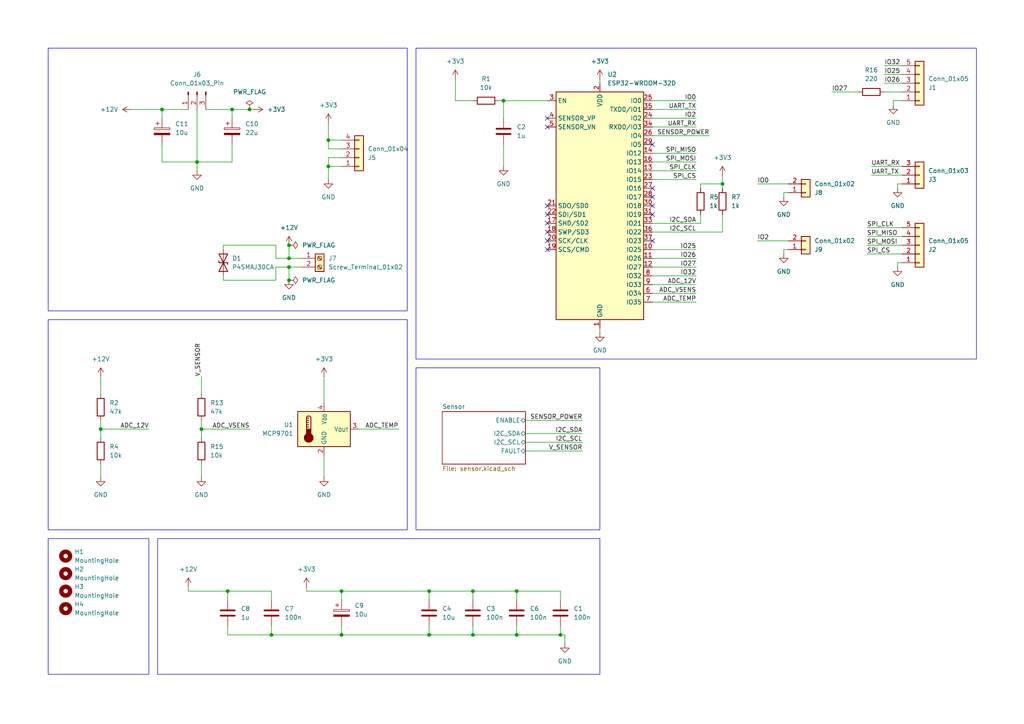
<source format=kicad_sch>
(kicad_sch (version 20231120) (generator "eeschema") (generator_version "8.0")
  (paper "A4")
  (lib_symbols
    (symbol "Connector:Conn_01x03_Pin" (pin_names (offset 1.016) hide)
      (property "Reference" "J" (at 0 5.08 0))
      (property "Value" "Conn_01x03_Pin" (at 0 -5.08 0))
      (symbol "Conn_01x03_Pin_1_1"
        (polyline (pts (xy 1.27 -2.54) (xy 0.8636 -2.54)) (stroke (width 0.1524)))
        (polyline (pts (xy 1.27 0) (xy 0.8636 0)) (stroke (width 0.1524)))
        (polyline (pts (xy 1.27 2.54) (xy 0.8636 2.54)) (stroke (width 0.1524)))
        (rectangle (start 0.8636 -2.413) (end 0 -2.667) (stroke (width 0.1524)) (fill (type outline)))
        (rectangle (start 0.8636 0.127) (end 0 -0.127) (stroke (width 0.1524)) (fill (type outline)))
        (rectangle (start 0.8636 2.667) (end 0 2.413) (stroke (width 0.1524)) (fill (type outline)))
        (pin passive line (at 5.08 2.54 180) (length 3.81) (name "Pin_1") (number "1"))
        (pin passive line (at 5.08 0 180) (length 3.81) (name "Pin_2") (number "2"))
        (pin passive line (at 5.08 -2.54 180) (length 3.81) (name "Pin_3") (number "3"))
      )
    )
    (symbol "Connector:Screw_Terminal_01x02" (pin_names (offset 1.016) hide)
      (property "Reference" "J" (at 0 2.54 0))
      (property "Value" "Screw_Terminal_01x02" (at 0 -5.08 0))
      (symbol "Screw_Terminal_01x02_1_1"
        (rectangle (start -1.27 1.27) (end 1.27 -3.81) (stroke (width 0.254)) (fill (type background)))
        (circle (center 0 -2.54) (radius 0.635) (stroke (width 0.1524)))
        (polyline (pts (xy -0.5334 -2.2098) (xy 0.3302 -3.048)) (stroke (width 0.1524)))
        (polyline (pts (xy -0.5334 0.3302) (xy 0.3302 -0.508)) (stroke (width 0.1524)))
        (polyline (pts (xy -0.3556 -2.032) (xy 0.508 -2.8702)) (stroke (width 0.1524)))
        (polyline (pts (xy -0.3556 0.508) (xy 0.508 -0.3302)) (stroke (width 0.1524)))
        (circle (center 0 0) (radius 0.635) (stroke (width 0.1524)))
        (pin passive line (at -5.08 0 0) (length 3.81) (name "Pin_1") (number "1"))
        (pin passive line (at -5.08 -2.54 0) (length 3.81) (name "Pin_2") (number "2"))
      )
    )
    (symbol "Connector_Generic:Conn_01x02" (pin_names (offset 1.016) hide)
      (property "Reference" "J" (at 0 2.54 0))
      (property "Value" "Conn_01x02" (at 0 -5.08 0))
      (symbol "Conn_01x02_1_1"
        (rectangle (start -1.27 -2.413) (end 0 -2.667) (stroke (width 0.1524)))
        (rectangle (start -1.27 0.127) (end 0 -0.127) (stroke (width 0.1524)))
        (rectangle (start -1.27 1.27) (end 1.27 -3.81) (stroke (width 0.254)) (fill (type background)))
        (pin passive line (at -5.08 0 0) (length 3.81) (name "Pin_1") (number "1"))
        (pin passive line (at -5.08 -2.54 0) (length 3.81) (name "Pin_2") (number "2"))
      )
    )
    (symbol "Connector_Generic:Conn_01x03" (pin_names (offset 1.016) hide)
      (property "Reference" "J" (at 0 5.08 0))
      (property "Value" "Conn_01x03" (at 0 -5.08 0))
      (symbol "Conn_01x03_1_1"
        (rectangle (start -1.27 -2.413) (end 0 -2.667) (stroke (width 0.1524)))
        (rectangle (start -1.27 0.127) (end 0 -0.127) (stroke (width 0.1524)))
        (rectangle (start -1.27 2.667) (end 0 2.413) (stroke (width 0.1524)))
        (rectangle (start -1.27 3.81) (end 1.27 -3.81) (stroke (width 0.254)) (fill (type background)))
        (pin passive line (at -5.08 2.54 0) (length 3.81) (name "Pin_1") (number "1"))
        (pin passive line (at -5.08 0 0) (length 3.81) (name "Pin_2") (number "2"))
        (pin passive line (at -5.08 -2.54 0) (length 3.81) (name "Pin_3") (number "3"))
      )
    )
    (symbol "Connector_Generic:Conn_01x04" (pin_names (offset 1.016) hide)
      (property "Reference" "J" (at 0 5.08 0))
      (property "Value" "Conn_01x04" (at 0 -7.62 0))
      (symbol "Conn_01x04_1_1"
        (rectangle (start -1.27 -4.953) (end 0 -5.207) (stroke (width 0.1524)))
        (rectangle (start -1.27 -2.413) (end 0 -2.667) (stroke (width 0.1524)))
        (rectangle (start -1.27 0.127) (end 0 -0.127) (stroke (width 0.1524)))
        (rectangle (start -1.27 2.667) (end 0 2.413) (stroke (width 0.1524)))
        (rectangle (start -1.27 3.81) (end 1.27 -6.35) (stroke (width 0.254)) (fill (type background)))
        (pin passive line (at -5.08 2.54 0) (length 3.81) (name "Pin_1") (number "1"))
        (pin passive line (at -5.08 0 0) (length 3.81) (name "Pin_2") (number "2"))
        (pin passive line (at -5.08 -2.54 0) (length 3.81) (name "Pin_3") (number "3"))
        (pin passive line (at -5.08 -5.08 0) (length 3.81) (name "Pin_4") (number "4"))
      )
    )
    (symbol "Connector_Generic:Conn_01x05" (pin_names (offset 1.016) hide)
      (property "Reference" "J" (at 0 7.62 0))
      (property "Value" "Conn_01x05" (at 0 -7.62 0))
      (symbol "Conn_01x05_1_1"
        (rectangle (start -1.27 -4.953) (end 0 -5.207) (stroke (width 0.1524)))
        (rectangle (start -1.27 -2.413) (end 0 -2.667) (stroke (width 0.1524)))
        (rectangle (start -1.27 0.127) (end 0 -0.127) (stroke (width 0.1524)))
        (rectangle (start -1.27 2.667) (end 0 2.413) (stroke (width 0.1524)))
        (rectangle (start -1.27 5.207) (end 0 4.953) (stroke (width 0.1524)))
        (rectangle (start -1.27 6.35) (end 1.27 -6.35) (stroke (width 0.254)) (fill (type background)))
        (pin passive line (at -5.08 5.08 0) (length 3.81) (name "Pin_1") (number "1"))
        (pin passive line (at -5.08 2.54 0) (length 3.81) (name "Pin_2") (number "2"))
        (pin passive line (at -5.08 0 0) (length 3.81) (name "Pin_3") (number "3"))
        (pin passive line (at -5.08 -2.54 0) (length 3.81) (name "Pin_4") (number "4"))
        (pin passive line (at -5.08 -5.08 0) (length 3.81) (name "Pin_5") (number "5"))
      )
    )
    (symbol "Device:C" (pin_numbers hide) (pin_names (offset 0.254))
      (property "Reference" "C" (at 0.635 2.54 0))
      (property "Value" "C" (at 0.635 -2.54 0))
      (symbol "C_0_1"
        (polyline (pts (xy -2.032 -0.762) (xy 2.032 -0.762)) (stroke (width 0.508)))
        (polyline (pts (xy -2.032 0.762) (xy 2.032 0.762)) (stroke (width 0.508)))
      )
      (symbol "C_1_1"
        (pin passive line (at 0 3.81 270) (length 2.794) (name "~") (number "1"))
        (pin passive line (at 0 -3.81 90) (length 2.794) (name "~") (number "2"))
      )
    )
    (symbol "Device:C_Polarized" (pin_numbers hide) (pin_names (offset 0.254))
      (property "Reference" "C" (at 0.635 2.54 0))
      (property "Value" "C_Polarized" (at 0.635 -2.54 0))
      (symbol "C_Polarized_0_1"
        (rectangle (start -2.286 0.508) (end 2.286 1.016))
        (polyline (pts (xy -1.778 2.286) (xy -0.762 2.286)))
        (polyline (pts (xy -1.27 2.794) (xy -1.27 1.778)))
        (rectangle (start 2.286 -0.508) (end -2.286 -1.016) (fill (type outline)))
      )
      (symbol "C_Polarized_1_1"
        (pin passive line (at 0 3.81 270) (length 2.794) (name "~") (number "1"))
        (pin passive line (at 0 -3.81 90) (length 2.794) (name "~") (number "2"))
      )
    )
    (symbol "Device:D_TVS" (pin_numbers hide) (pin_names (offset 1.016) hide)
      (property "Reference" "D" (at 0 2.54 0))
      (property "Value" "D_TVS" (at 0 -2.54 0))
      (symbol "D_TVS_0_1"
        (polyline (pts (xy 1.27 0) (xy -1.27 0)))
        (polyline (pts (xy 0.508 1.27) (xy 0 1.27) (xy 0 -1.27) (xy -0.508 -1.27)) (stroke (width 0.254)))
        (polyline (pts (xy -2.54 1.27) (xy -2.54 -1.27) (xy 2.54 1.27) (xy 2.54 -1.27) (xy -2.54 1.27)) (stroke (width 0.254)))
      )
      (symbol "D_TVS_1_1"
        (pin passive line (at -3.81 0 0) (length 2.54) (name "A1") (number "1"))
        (pin passive line (at 3.81 0 180) (length 2.54) (name "A2") (number "2"))
      )
    )
    (symbol "Device:R" (pin_numbers hide) (pin_names (offset 0))
      (property "Reference" "R" (at 2.032 0 90))
      (property "Value" "R" (at 0 0 90))
      (symbol "R_0_1"
        (rectangle (start -1.016 -2.54) (end 1.016 2.54) (stroke (width 0.254)))
      )
      (symbol "R_1_1"
        (pin passive line (at 0 3.81 270) (length 1.27) (name "~") (number "1"))
        (pin passive line (at 0 -3.81 90) (length 1.27) (name "~") (number "2"))
      )
    )
    (symbol "Mechanical:MountingHole" (pin_names (offset 1.016)) (exclude_from_sim yes) (in_bom no)
      (property "Reference" "H" (at 0 5.08 0))
      (property "Value" "MountingHole" (at 0 3.175 0))
      (symbol "MountingHole_0_1"
        (circle (center 0 0) (radius 1.27) (stroke (width 1.27)))
      )
    )
    (symbol "RF_Module:ESP32-WROOM-32D"
      (property "Reference" "U" (at -12.7 34.29 0))
      (property "Value" "ESP32-WROOM-32D" (at 1.27 34.29 0))
      (symbol "ESP32-WROOM-32D_0_1"
        (rectangle (start -12.7 33.02) (end 12.7 -33.02) (stroke (width 0.254)) (fill (type background)))
      )
      (symbol "ESP32-WROOM-32D_1_1"
        (pin power_in line (at 0 -35.56 90) (length 2.54) (name "GND") (number "1"))
        (pin bidirectional line (at 15.24 -12.7 180) (length 2.54) (name "IO25") (number "10"))
        (pin bidirectional line (at 15.24 -15.24 180) (length 2.54) (name "IO26") (number "11"))
        (pin bidirectional line (at 15.24 -17.78 180) (length 2.54) (name "IO27") (number "12"))
        (pin bidirectional line (at 15.24 10.16 180) (length 2.54) (name "IO14") (number "13"))
        (pin bidirectional line (at 15.24 15.24 180) (length 2.54) (name "IO12") (number "14"))
        (pin passive line (at 0 -35.56 90) (length 2.54) hide (name "GND") (number "15"))
        (pin bidirectional line (at 15.24 12.7 180) (length 2.54) (name "IO13") (number "16"))
        (pin bidirectional line (at -15.24 -5.08 0) (length 2.54) (name "SHD/SD2") (number "17"))
        (pin bidirectional line (at -15.24 -7.62 0) (length 2.54) (name "SWP/SD3") (number "18"))
        (pin bidirectional line (at -15.24 -12.7 0) (length 2.54) (name "SCS/CMD") (number "19"))
        (pin power_in line (at 0 35.56 270) (length 2.54) (name "VDD") (number "2"))
        (pin bidirectional line (at -15.24 -10.16 0) (length 2.54) (name "SCK/CLK") (number "20"))
        (pin bidirectional line (at -15.24 0 0) (length 2.54) (name "SDO/SD0") (number "21"))
        (pin bidirectional line (at -15.24 -2.54 0) (length 2.54) (name "SDI/SD1") (number "22"))
        (pin bidirectional line (at 15.24 7.62 180) (length 2.54) (name "IO15") (number "23"))
        (pin bidirectional line (at 15.24 25.4 180) (length 2.54) (name "IO2") (number "24"))
        (pin bidirectional line (at 15.24 30.48 180) (length 2.54) (name "IO0") (number "25"))
        (pin bidirectional line (at 15.24 20.32 180) (length 2.54) (name "IO4") (number "26"))
        (pin bidirectional line (at 15.24 5.08 180) (length 2.54) (name "IO16") (number "27"))
        (pin bidirectional line (at 15.24 2.54 180) (length 2.54) (name "IO17") (number "28"))
        (pin bidirectional line (at 15.24 17.78 180) (length 2.54) (name "IO5") (number "29"))
        (pin input line (at -15.24 30.48 0) (length 2.54) (name "EN") (number "3"))
        (pin bidirectional line (at 15.24 0 180) (length 2.54) (name "IO18") (number "30"))
        (pin bidirectional line (at 15.24 -2.54 180) (length 2.54) (name "IO19") (number "31"))
        (pin no_connect line (at -12.7 -27.94 0) (length 2.54) hide (name "NC") (number "32"))
        (pin bidirectional line (at 15.24 -5.08 180) (length 2.54) (name "IO21") (number "33"))
        (pin bidirectional line (at 15.24 22.86 180) (length 2.54) (name "RXD0/IO3") (number "34"))
        (pin bidirectional line (at 15.24 27.94 180) (length 2.54) (name "TXD0/IO1") (number "35"))
        (pin bidirectional line (at 15.24 -7.62 180) (length 2.54) (name "IO22") (number "36"))
        (pin bidirectional line (at 15.24 -10.16 180) (length 2.54) (name "IO23") (number "37"))
        (pin passive line (at 0 -35.56 90) (length 2.54) hide (name "GND") (number "38"))
        (pin passive line (at 0 -35.56 90) (length 2.54) hide (name "GND") (number "39"))
        (pin input line (at -15.24 25.4 0) (length 2.54) (name "SENSOR_VP") (number "4"))
        (pin input line (at -15.24 22.86 0) (length 2.54) (name "SENSOR_VN") (number "5"))
        (pin input line (at 15.24 -25.4 180) (length 2.54) (name "IO34") (number "6"))
        (pin input line (at 15.24 -27.94 180) (length 2.54) (name "IO35") (number "7"))
        (pin bidirectional line (at 15.24 -20.32 180) (length 2.54) (name "IO32") (number "8"))
        (pin bidirectional line (at 15.24 -22.86 180) (length 2.54) (name "IO33") (number "9"))
      )
    )
    (symbol "Sensor_Temperature:MCP9700x-ELT"
      (property "Reference" "U" (at -6.35 6.35 0))
      (property "Value" "MCP9700x-ELT" (at 1.27 6.35 0))
      (symbol "MCP9700x-ELT_0_1"
        (rectangle (start -7.62 5.08) (end 7.62 -5.08) (stroke (width 0.254)) (fill (type background)))
        (circle (center -4.445 -2.54) (radius 1.27) (stroke (width 0.254)) (fill (type outline)))
        (rectangle (start -3.81 -1.905) (end -5.08 0) (stroke (width 0.254)) (fill (type outline)))
        (arc (start -3.81 3.175) (mid -4.445 3.8073) (end -5.08 3.175) (stroke (width 0.254)))
        (polyline (pts (xy -5.08 0.635) (xy -4.445 0.635)) (stroke (width 0.254)))
        (polyline (pts (xy -5.08 1.27) (xy -4.445 1.27)) (stroke (width 0.254)))
        (polyline (pts (xy -5.08 1.905) (xy -4.445 1.905)) (stroke (width 0.254)))
        (polyline (pts (xy -5.08 2.54) (xy -4.445 2.54)) (stroke (width 0.254)))
        (polyline (pts (xy -5.08 3.175) (xy -5.08 0)) (stroke (width 0.254)))
        (polyline (pts (xy -5.08 3.175) (xy -4.445 3.175)) (stroke (width 0.254)))
        (polyline (pts (xy -3.81 3.175) (xy -3.81 0)) (stroke (width 0.254)))
      )
      (symbol "MCP9700x-ELT_1_1"
        (pin no_connect line (at 7.62 -2.54 180) (length 2.54) hide (name "NC") (number "1"))
        (pin power_in line (at 0 -7.62 90) (length 2.54) (name "GND") (number "2"))
        (pin output line (at 10.16 0 180) (length 2.54) (name "V_{OUT}") (number "3"))
        (pin power_in line (at 0 7.62 270) (length 2.54) (name "V_{DD}") (number "4"))
        (pin no_connect line (at 7.62 2.54 180) (length 2.54) hide (name "NC") (number "5"))
      )
    )
    (symbol "power:+12V" (power) (pin_numbers hide) (pin_names (offset 0) hide)
      (property "Value" "+12V" (at 0 3.556 0))
      (symbol "+12V_0_1"
        (polyline (pts (xy -0.762 1.27) (xy 0 2.54)))
        (polyline (pts (xy 0 0) (xy 0 2.54)))
        (polyline (pts (xy 0 2.54) (xy 0.762 1.27)))
      )
      (symbol "+12V_1_1"
        (pin power_in line (at 0 0 90) (length 0) (name "~") (number "1"))
      )
    )
    (symbol "power:+3V3" (power) (pin_numbers hide) (pin_names (offset 0) hide)
      (property "Value" "+3V3" (at 0 3.556 0))
      (symbol "+3V3_0_1"
        (polyline (pts (xy -0.762 1.27) (xy 0 2.54)))
        (polyline (pts (xy 0 0) (xy 0 2.54)))
        (polyline (pts (xy 0 2.54) (xy 0.762 1.27)))
      )
      (symbol "+3V3_1_1"
        (pin power_in line (at 0 0 90) (length 0) (name "~") (number "1"))
      )
    )
    (symbol "power:GND" (power) (pin_numbers hide) (pin_names (offset 0) hide)
      (property "Value" "GND" (at 0 -3.81 0))
      (symbol "GND_0_1"
        (polyline (pts (xy 0 0) (xy 0 -1.27) (xy 1.27 -1.27) (xy 0 -2.54) (xy -1.27 -1.27) (xy 0 -1.27)))
      )
      (symbol "GND_1_1"
        (pin power_in line (at 0 0 270) (length 0) (name "~") (number "1"))
      )
    )
    (symbol "power:PWR_FLAG" (power) (pin_numbers hide) (pin_names (offset 0) hide)
      (property "Value" "PWR_FLAG" (at 0 3.81 0))
      (symbol "PWR_FLAG_0_0"
        (pin power_out line (at 0 0 90) (length 0) (name "~") (number "1"))
      )
      (symbol "PWR_FLAG_0_1"
        (polyline (pts (xy 0 0) (xy 0 1.27) (xy -1.016 1.905) (xy 0 2.54) (xy 1.016 1.905) (xy 0 1.27)))
      )
    )
  )
  (junction (at 149.86 171.45))
  (junction (at 78.74 184.15))
  (junction (at 83.82 81.28))
  (junction (at 29.21 124.46))
  (junction (at 137.16 171.45))
  (junction (at 83.82 71.12))
  (junction (at 46.99 31.75))
  (junction (at 162.56 184.15))
  (junction (at 99.06 184.15))
  (junction (at 83.82 74.93))
  (junction (at 72.39 31.75))
  (junction (at 95.25 40.64))
  (junction (at 124.46 184.15))
  (junction (at 137.16 184.15))
  (junction (at 67.31 31.75))
  (junction (at 149.86 184.15))
  (junction (at 83.82 77.47))
  (junction (at 124.46 171.45))
  (junction (at 209.55 53.34))
  (junction (at 57.15 46.99))
  (junction (at 95.25 48.26))
  (junction (at 58.42 124.46))
  (junction (at 99.06 171.45))
  (junction (at 146.05 29.21))
  (junction (at 66.04 171.45))
  (no_connect (at 189.23 54.61))
  (no_connect (at 158.75 62.23))
  (no_connect (at 158.75 36.83))
  (no_connect (at 189.23 62.23))
  (no_connect (at 189.23 41.91))
  (no_connect (at 158.75 72.39))
  (no_connect (at 189.23 69.85))
  (no_connect (at 158.75 64.77))
  (no_connect (at 158.75 69.85))
  (no_connect (at 158.75 67.31))
  (no_connect (at 189.23 59.69))
  (no_connect (at 189.23 57.15))
  (no_connect (at 158.75 34.29))
  (no_connect (at 158.75 59.69))
  (wire (pts (xy 149.86 171.45) (xy 149.86 173.99)))
  (wire (pts (xy 58.42 134.62) (xy 58.42 138.43)))
  (wire (pts (xy 259.08 30.48) (xy 259.08 29.21)))
  (wire (pts (xy 189.23 44.45) (xy 201.93 44.45)))
  (wire (pts (xy 241.3 26.67) (xy 248.92 26.67)))
  (wire (pts (xy 95.25 40.64) (xy 95.25 43.18)))
  (wire (pts (xy 137.16 171.45) (xy 149.86 171.45)))
  (wire (pts (xy 99.06 45.72) (xy 95.25 45.72)))
  (wire (pts (xy 146.05 41.91) (xy 146.05 48.26)))
  (wire (pts (xy 80.01 74.93) (xy 83.82 74.93)))
  (wire (pts (xy 152.4 125.73) (xy 168.91 125.73)))
  (wire (pts (xy 189.23 39.37) (xy 205.74 39.37)))
  (wire (pts (xy 54.61 171.45) (xy 54.61 170.18)))
  (wire (pts (xy 57.15 46.99) (xy 57.15 49.53)))
  (wire (pts (xy 66.04 171.45) (xy 66.04 173.99)))
  (wire (pts (xy 162.56 181.61) (xy 162.56 184.15)))
  (wire (pts (xy 64.77 72.39) (xy 64.77 71.12)))
  (wire (pts (xy 152.4 128.27) (xy 168.91 128.27)))
  (wire (pts (xy 256.54 21.59) (xy 261.62 21.59)))
  (wire (pts (xy 88.9 170.18) (xy 88.9 171.45)))
  (wire (pts (xy 46.99 41.91) (xy 46.99 46.99)))
  (wire (pts (xy 209.55 67.31) (xy 209.55 62.23)))
  (wire (pts (xy 95.25 45.72) (xy 95.25 48.26)))
  (wire (pts (xy 144.78 29.21) (xy 146.05 29.21)))
  (wire (pts (xy 29.21 109.22) (xy 29.21 114.3)))
  (wire (pts (xy 95.25 35.56) (xy 95.25 40.64)))
  (wire (pts (xy 219.71 53.34) (xy 228.6 53.34)))
  (wire (pts (xy 189.23 77.47) (xy 201.93 77.47)))
  (wire (pts (xy 58.42 121.92) (xy 58.42 124.46)))
  (wire (pts (xy 67.31 46.99) (xy 67.31 41.91)))
  (wire (pts (xy 83.82 77.47) (xy 87.63 77.47)))
  (wire (pts (xy 137.16 184.15) (xy 124.46 184.15)))
  (wire (pts (xy 66.04 171.45) (xy 54.61 171.45)))
  (wire (pts (xy 261.62 53.34) (xy 260.35 53.34)))
  (wire (pts (xy 251.46 68.58) (xy 261.62 68.58)))
  (wire (pts (xy 64.77 71.12) (xy 80.01 71.12)))
  (wire (pts (xy 64.77 80.01) (xy 64.77 81.28)))
  (wire (pts (xy 29.21 121.92) (xy 29.21 124.46)))
  (wire (pts (xy 58.42 124.46) (xy 72.39 124.46)))
  (wire (pts (xy 57.15 46.99) (xy 67.31 46.99)))
  (wire (pts (xy 67.31 31.75) (xy 72.39 31.75)))
  (wire (pts (xy 189.23 72.39) (xy 201.93 72.39)))
  (wire (pts (xy 189.23 87.63) (xy 201.93 87.63)))
  (wire (pts (xy 189.23 34.29) (xy 201.93 34.29)))
  (wire (pts (xy 251.46 73.66) (xy 261.62 73.66)))
  (wire (pts (xy 251.46 71.12) (xy 261.62 71.12)))
  (wire (pts (xy 67.31 31.75) (xy 67.31 34.29)))
  (wire (pts (xy 189.23 49.53) (xy 201.93 49.53)))
  (wire (pts (xy 219.71 69.85) (xy 228.6 69.85)))
  (wire (pts (xy 260.35 77.47) (xy 260.35 76.2)))
  (wire (pts (xy 163.83 186.69) (xy 163.83 184.15)))
  (wire (pts (xy 80.01 71.12) (xy 80.01 74.93)))
  (wire (pts (xy 256.54 19.05) (xy 261.62 19.05)))
  (wire (pts (xy 93.98 109.22) (xy 93.98 116.84)))
  (wire (pts (xy 29.21 124.46) (xy 29.21 127)))
  (wire (pts (xy 99.06 171.45) (xy 124.46 171.45)))
  (wire (pts (xy 78.74 181.61) (xy 78.74 184.15)))
  (wire (pts (xy 78.74 171.45) (xy 66.04 171.45)))
  (wire (pts (xy 256.54 26.67) (xy 261.62 26.67)))
  (wire (pts (xy 259.08 29.21) (xy 261.62 29.21)))
  (wire (pts (xy 189.23 74.93) (xy 201.93 74.93)))
  (wire (pts (xy 124.46 171.45) (xy 137.16 171.45)))
  (wire (pts (xy 260.35 76.2) (xy 261.62 76.2)))
  (wire (pts (xy 99.06 181.61) (xy 99.06 184.15)))
  (wire (pts (xy 203.2 64.77) (xy 203.2 62.23)))
  (wire (pts (xy 78.74 184.15) (xy 66.04 184.15)))
  (wire (pts (xy 152.4 121.92) (xy 168.91 121.92)))
  (wire (pts (xy 227.33 55.88) (xy 227.33 57.15)))
  (wire (pts (xy 124.46 171.45) (xy 124.46 173.99)))
  (wire (pts (xy 209.55 53.34) (xy 209.55 50.8)))
  (wire (pts (xy 57.15 31.75) (xy 57.15 46.99)))
  (wire (pts (xy 163.83 184.15) (xy 162.56 184.15)))
  (wire (pts (xy 59.69 31.75) (xy 67.31 31.75)))
  (wire (pts (xy 104.14 124.46) (xy 115.57 124.46)))
  (wire (pts (xy 46.99 46.99) (xy 57.15 46.99)))
  (wire (pts (xy 173.99 22.86) (xy 173.99 24.13)))
  (wire (pts (xy 260.35 53.34) (xy 260.35 54.61)))
  (wire (pts (xy 203.2 54.61) (xy 203.2 53.34)))
  (wire (pts (xy 149.86 171.45) (xy 162.56 171.45)))
  (wire (pts (xy 46.99 31.75) (xy 54.61 31.75)))
  (wire (pts (xy 78.74 184.15) (xy 99.06 184.15)))
  (wire (pts (xy 189.23 29.21) (xy 201.93 29.21)))
  (wire (pts (xy 146.05 29.21) (xy 146.05 34.29)))
  (wire (pts (xy 95.25 40.64) (xy 99.06 40.64)))
  (wire (pts (xy 228.6 55.88) (xy 227.33 55.88)))
  (wire (pts (xy 209.55 53.34) (xy 209.55 54.61)))
  (wire (pts (xy 137.16 171.45) (xy 137.16 173.99)))
  (wire (pts (xy 80.01 81.28) (xy 80.01 77.47)))
  (wire (pts (xy 83.82 81.28) (xy 83.82 77.47)))
  (wire (pts (xy 189.23 36.83) (xy 201.93 36.83)))
  (wire (pts (xy 78.74 173.99) (xy 78.74 171.45)))
  (wire (pts (xy 46.99 31.75) (xy 46.99 34.29)))
  (wire (pts (xy 189.23 85.09) (xy 201.93 85.09)))
  (wire (pts (xy 256.54 24.13) (xy 261.62 24.13)))
  (wire (pts (xy 83.82 74.93) (xy 87.63 74.93)))
  (wire (pts (xy 80.01 77.47) (xy 83.82 77.47)))
  (wire (pts (xy 252.73 50.8) (xy 261.62 50.8)))
  (wire (pts (xy 189.23 82.55) (xy 201.93 82.55)))
  (wire (pts (xy 95.25 48.26) (xy 95.25 52.07)))
  (wire (pts (xy 93.98 132.08) (xy 93.98 138.43)))
  (wire (pts (xy 132.08 29.21) (xy 132.08 22.86)))
  (wire (pts (xy 146.05 29.21) (xy 158.75 29.21)))
  (wire (pts (xy 83.82 71.12) (xy 83.82 74.93)))
  (wire (pts (xy 227.33 72.39) (xy 227.33 73.66)))
  (wire (pts (xy 173.99 95.25) (xy 173.99 96.52)))
  (wire (pts (xy 99.06 184.15) (xy 124.46 184.15)))
  (wire (pts (xy 189.23 46.99) (xy 201.93 46.99)))
  (wire (pts (xy 189.23 67.31) (xy 209.55 67.31)))
  (wire (pts (xy 38.1 31.75) (xy 46.99 31.75)))
  (wire (pts (xy 29.21 134.62) (xy 29.21 138.43)))
  (wire (pts (xy 149.86 181.61) (xy 149.86 184.15)))
  (wire (pts (xy 252.73 48.26) (xy 261.62 48.26)))
  (wire (pts (xy 251.46 66.04) (xy 261.62 66.04)))
  (wire (pts (xy 137.16 181.61) (xy 137.16 184.15)))
  (wire (pts (xy 124.46 181.61) (xy 124.46 184.15)))
  (wire (pts (xy 228.6 72.39) (xy 227.33 72.39)))
  (wire (pts (xy 189.23 31.75) (xy 201.93 31.75)))
  (wire (pts (xy 99.06 171.45) (xy 99.06 173.99)))
  (wire (pts (xy 66.04 184.15) (xy 66.04 181.61)))
  (wire (pts (xy 189.23 80.01) (xy 201.93 80.01)))
  (wire (pts (xy 58.42 124.46) (xy 58.42 127)))
  (wire (pts (xy 189.23 64.77) (xy 203.2 64.77)))
  (wire (pts (xy 29.21 124.46) (xy 43.18 124.46)))
  (wire (pts (xy 58.42 109.22) (xy 58.42 114.3)))
  (wire (pts (xy 95.25 48.26) (xy 99.06 48.26)))
  (wire (pts (xy 162.56 184.15) (xy 149.86 184.15)))
  (wire (pts (xy 72.39 31.75) (xy 73.66 31.75)))
  (wire (pts (xy 88.9 171.45) (xy 99.06 171.45)))
  (wire (pts (xy 149.86 184.15) (xy 137.16 184.15)))
  (wire (pts (xy 203.2 53.34) (xy 209.55 53.34)))
  (wire (pts (xy 64.77 81.28) (xy 80.01 81.28)))
  (wire (pts (xy 152.4 130.81) (xy 168.91 130.81)))
  (wire (pts (xy 162.56 171.45) (xy 162.56 173.99)))
  (wire (pts (xy 137.16 29.21) (xy 132.08 29.21)))
  (wire (pts (xy 99.06 43.18) (xy 95.25 43.18)))
  (wire (pts (xy 189.23 52.07) (xy 201.93 52.07)))
  (rectangle (start 13.97 13.97) (end 118.11 90.17))
  (rectangle (start 45.72 156.21) (end 173.99 195.58))
  (rectangle (start 13.97 156.21) (end 43.18 195.58))
  (rectangle (start 13.97 92.71) (end 118.11 153.67))
  (rectangle (start 120.65 13.97) (end 283.21 104.14))
  (rectangle (start 120.65 106.68) (end 173.99 153.67))
  (label "IO27" (at 241.3 26.67 0))
  (label "IO0" (at 201.93 29.21 180))
  (label "IO32" (at 201.93 80.01 180))
  (label "UART_TX" (at 201.93 31.75 180))
  (label "V_SENSOR" (at 58.42 109.22 90))
  (label "IO32" (at 256.54 19.05 0))
  (label "IO25" (at 256.54 21.59 0))
  (label "SENSOR_POWER" (at 168.91 121.92 180))
  (label "IO26" (at 201.93 74.93 180))
  (label "SPI_MISO" (at 251.46 68.58 0))
  (label "IO2" (at 201.93 34.29 180))
  (label "ADC_TEMP" (at 115.57 124.46 180))
  (label "I2C_SDA" (at 201.93 64.77 180))
  (label "SPI_CLK" (at 251.46 66.04 0))
  (label "SENSOR_POWER" (at 205.74 39.37 180))
  (label "SPI_CS" (at 201.93 52.07 180))
  (label "UART_RX" (at 201.93 36.83 180))
  (label "ADC_VSENS" (at 201.93 85.09 180))
  (label "I2C_SCL" (at 201.93 67.31 180))
  (label "UART_RX" (at 252.73 48.26 0))
  (label "UART_TX" (at 252.73 50.8 0))
  (label "IO26" (at 256.54 24.13 0))
  (label "I2C_SDA" (at 168.91 125.73 180))
  (label "SPI_MOSI" (at 201.93 46.99 180))
  (label "SPI_MISO" (at 201.93 44.45 180))
  (label "SPI_MOSI" (at 251.46 71.12 0))
  (label "IO25" (at 201.93 72.39 180))
  (label "ADC_12V" (at 43.18 124.46 180))
  (label "ADC_12V" (at 201.93 82.55 180))
  (label "SPI_CS" (at 251.46 73.66 0))
  (label "ADC_TEMP" (at 201.93 87.63 180))
  (label "SPI_CLK" (at 201.93 49.53 180))
  (label "IO2" (at 219.71 69.85 0))
  (label "ADC_VSENS" (at 72.39 124.46 180))
  (label "V_SENSOR" (at 168.91 130.81 180))
  (label "IO27" (at 201.93 77.47 180))
  (label "I2C_SCL" (at 168.91 128.27 180))
  (label "IO0" (at 219.71 53.34 0))
  (symbol (lib_id "power:+3V3") (at 95.25 35.56 0) (unit 1)
    (property "Reference" "#PWR012" (effects (hide yes)))
    (property "Value" "+3V3" (at 95.25 30.48 0))
    (property "Description" "Power symbol creates a global label with name \"+3V3\"" (effects (hide yes)))
  )
  (symbol (lib_id "power:GND") (at 260.35 54.61 0) (unit 1)
    (property "Reference" "#PWR020" (effects (hide yes)))
    (property "Value" "GND" (at 260.35 59.69 0))
    (property "Description" "Power symbol creates a global label with name \"GND\" , ground" (effects (hide yes)))
  )
  (symbol (lib_id "power:GND") (at 57.15 49.53 0) (unit 1)
    (property "Reference" "#PWR015" (effects (hide yes)))
    (property "Value" "GND" (at 57.15 54.61 0))
    (property "Description" "Power symbol creates a global label with name \"GND\" , ground" (effects (hide yes)))
  )
  (symbol (lib_id "power:GND") (at 260.35 77.47 0) (unit 1)
    (property "Reference" "#PWR030" (effects (hide yes)))
    (property "Value" "GND" (at 260.35 82.55 0))
    (property "Description" "Power symbol creates a global label with name \"GND\" , ground" (effects (hide yes)))
  )
  (symbol (lib_id "Mechanical:MountingHole") (at 19.05 171.45 0) (unit 1) (exclude_from_sim yes) (in_bom no)
    (property "Reference" "H3" (at 21.59 170.1799 0) (effects (justify left)))
    (property "Value" "MountingHole" (at 21.59 172.7199 0) (effects (justify left)))
    (property "Footprint" "MountingHole:MountingHole_3.2mm_M3" (effects (hide yes)))
    (property "Description" "Mounting Hole without connection" (effects (hide yes)))
  )
  (symbol (lib_id "power:GND") (at 95.25 52.07 0) (unit 1)
    (property "Reference" "#PWR013" (effects (hide yes)))
    (property "Value" "GND" (at 95.25 57.15 0))
    (property "Description" "Power symbol creates a global label with name \"GND\" , ground" (effects (hide yes)))
  )
  (symbol (lib_id "Device:R") (at 29.21 118.11 180) (unit 1)
    (property "Reference" "R2" (at 31.75 116.8399 0) (effects (justify right)))
    (property "Value" "47k" (at 31.75 119.3799 0) (effects (justify right)))
    (property "Footprint" "Resistor_SMD:R_0603_1608Metric_Pad0.98x0.95mm_HandSolder" (effects (hide yes)))
    (property "Description" "Resistor" (effects (hide yes)))
  )
  (symbol (lib_id "power:+3V3") (at 132.08 22.86 0) (unit 1)
    (property "Reference" "#PWR031" (effects (hide yes)))
    (property "Value" "+3V3" (at 132.08 17.78 0))
    (property "Description" "Power symbol creates a global label with name \"+3V3\"" (effects (hide yes)))
  )
  (symbol (lib_id "power:GND") (at 227.33 73.66 0) (unit 1)
    (property "Reference" "#PWR024" (effects (hide yes)))
    (property "Value" "GND" (at 227.33 78.74 0))
    (property "Description" "Power symbol creates a global label with name \"GND\" , ground" (effects (hide yes)))
  )
  (symbol (lib_id "Device:C") (at 66.04 177.8 0) (unit 1)
    (property "Reference" "C8" (at 69.85 176.5299 0) (effects (justify left)))
    (property "Value" "1u" (at 69.85 179.0699 0) (effects (justify left)))
    (property "Footprint" "Capacitor_SMD:C_0805_2012Metric_Pad1.18x1.45mm_HandSolder" (effects (hide yes)))
    (property "Description" "Unpolarized capacitor" (effects (hide yes)))
  )
  (symbol (lib_id "Device:R") (at 140.97 29.21 270) (unit 1)
    (property "Reference" "R1" (at 140.97 22.86 90))
    (property "Value" "10k" (at 140.97 25.4 90))
    (property "Footprint" "Resistor_SMD:R_0603_1608Metric_Pad0.98x0.95mm_HandSolder" (effects (hide yes)))
    (property "Description" "Resistor" (effects (hide yes)))
  )
  (symbol (lib_id "Device:R") (at 29.21 130.81 180) (unit 1)
    (property "Reference" "R4" (at 31.75 129.5399 0) (effects (justify right)))
    (property "Value" "10k" (at 31.75 132.0799 0) (effects (justify right)))
    (property "Footprint" "Resistor_SMD:R_0603_1608Metric_Pad0.98x0.95mm_HandSolder" (effects (hide yes)))
    (property "Description" "Resistor" (effects (hide yes)))
  )
  (symbol (lib_id "Connector_Generic:Conn_01x05") (at 266.7 71.12 0) (mirror x) (unit 1)
    (property "Reference" "J2" (at 269.24 72.3901 0) (effects (justify left)))
    (property "Value" "Conn_01x05" (at 269.24 69.8501 0) (effects (justify left)))
    (property "Footprint" "Connector_PinHeader_2.54mm:PinHeader_1x05_P2.54mm_Vertical" (effects (hide yes)))
    (property "Description" "Generic connector, single row, 01x05, script generated (kicad-library-utils/schlib/autogen/connector/)" (effects (hide yes)))
  )
  (symbol (lib_id "Device:C") (at 124.46 177.8 0) (unit 1)
    (property "Reference" "C4" (at 128.27 176.5299 0) (effects (justify left)))
    (property "Value" "10u" (at 128.27 179.0699 0) (effects (justify left)))
    (property "Footprint" "Capacitor_SMD:C_0805_2012Metric_Pad1.18x1.45mm_HandSolder" (effects (hide yes)))
    (property "Description" "Unpolarized capacitor" (effects (hide yes)))
  )
  (symbol (lib_id "Device:C") (at 78.74 177.8 0) (unit 1)
    (property "Reference" "C7" (at 82.55 176.5299 0) (effects (justify left)))
    (property "Value" "100n" (at 82.55 179.0699 0) (effects (justify left)))
    (property "Footprint" "Capacitor_SMD:C_0603_1608Metric_Pad1.08x0.95mm_HandSolder" (effects (hide yes)))
    (property "Description" "Unpolarized capacitor" (effects (hide yes)))
  )
  (symbol (lib_id "power:GND") (at 227.33 57.15 0) (unit 1)
    (property "Reference" "#PWR019" (effects (hide yes)))
    (property "Value" "GND" (at 227.33 62.23 0))
    (property "Description" "Power symbol creates a global label with name \"GND\" , ground" (effects (hide yes)))
  )
  (symbol (lib_id "Mechanical:MountingHole") (at 19.05 166.37 0) (unit 1) (exclude_from_sim yes) (in_bom no)
    (property "Reference" "H2" (at 21.59 165.0999 0) (effects (justify left)))
    (property "Value" "MountingHole" (at 21.59 167.6399 0) (effects (justify left)))
    (property "Footprint" "MountingHole:MountingHole_3.2mm_M3" (effects (hide yes)))
    (property "Description" "Mounting Hole without connection" (effects (hide yes)))
  )
  (symbol (lib_id "Device:R") (at 209.55 58.42 180) (unit 1)
    (property "Reference" "R7" (at 212.09 57.1499 0) (effects (justify right)))
    (property "Value" "1k" (at 212.09 59.6899 0) (effects (justify right)))
    (property "Footprint" "Resistor_SMD:R_0603_1608Metric_Pad0.98x0.95mm_HandSolder" (effects (hide yes)))
    (property "Description" "Resistor" (effects (hide yes)))
  )
  (symbol (lib_id "Connector:Screw_Terminal_01x02") (at 92.71 74.93 0) (unit 1)
    (property "Reference" "J7" (at 95.25 74.9299 0) (effects (justify left)))
    (property "Value" "Screw_Terminal_01x02" (at 95.25 77.4699 0) (effects (justify left)))
    (property "Footprint" "TerminalBlock_MetzConnect:TerminalBlock_MetzConnect_Type073_RT02602HBLU_1x02_P5.08mm_Horizontal" (effects (hide yes)))
    (property "Description" "Generic screw terminal, single row, 01x02, script generated (kicad-library-utils/schlib/autogen/connector/)" (effects (hide yes)))
  )
  (symbol (lib_id "power:+3V3") (at 93.98 109.22 0) (unit 1)
    (property "Reference" "#PWR021" (effects (hide yes)))
    (property "Value" "+3V3" (at 93.98 104.14 0))
    (property "Description" "Power symbol creates a global label with name \"+3V3\"" (effects (hide yes)))
  )
  (symbol (lib_id "power:GND") (at 93.98 138.43 0) (unit 1)
    (property "Reference" "#PWR027" (effects (hide yes)))
    (property "Value" "GND" (at 93.98 143.51 0))
    (property "Description" "Power symbol creates a global label with name \"GND\" , ground" (effects (hide yes)))
  )
  (symbol (lib_id "Connector:Conn_01x03_Pin") (at 57.15 26.67 90) (mirror x) (unit 1)
    (property "Reference" "J6" (at 57.15 21.59 90))
    (property "Value" "Conn_01x03_Pin" (at 57.15 24.13 90))
    (property "Footprint" "Connector_PinHeader_2.54mm:PinHeader_1x03_P2.54mm_Vertical" (effects (hide yes)))
    (property "Description" "Generic connector, single row, 01x03, script generated" (effects (hide yes)))
  )
  (symbol (lib_id "power:+3V3") (at 88.9 170.18 0) (unit 1)
    (property "Reference" "#PWR011" (effects (hide yes)))
    (property "Value" "+3V3" (at 88.9 165.1 0))
    (property "Description" "Power symbol creates a global label with name \"+3V3\"" (effects (hide yes)))
  )
  (symbol (lib_id "power:+12V") (at 83.82 71.12 0) (unit 1)
    (property "Reference" "#PWR07" (effects (hide yes)))
    (property "Value" "+12V" (at 83.82 66.04 0))
    (property "Description" "Power symbol creates a global label with name \"+12V\"" (effects (hide yes)))
  )
  (symbol (lib_id "power:GND") (at 173.99 96.52 0) (unit 1)
    (property "Reference" "#PWR02" (effects (hide yes)))
    (property "Value" "GND" (at 173.99 101.6 0))
    (property "Description" "Power symbol creates a global label with name \"GND\" , ground" (effects (hide yes)))
  )
  (symbol (lib_id "power:+12V") (at 38.1 31.75 90) (unit 1)
    (property "Reference" "#PWR06" (effects (hide yes)))
    (property "Value" "+12V" (at 34.29 31.7499 90) (effects (justify left)))
    (property "Description" "Power symbol creates a global label with name \"+12V\"" (effects (hide yes)))
  )
  (symbol (lib_id "Device:R") (at 58.42 130.81 180) (unit 1)
    (property "Reference" "R15" (at 60.96 129.5399 0) (effects (justify right)))
    (property "Value" "10k" (at 60.96 132.0799 0) (effects (justify right)))
    (property "Footprint" "Resistor_SMD:R_0603_1608Metric_Pad0.98x0.95mm_HandSolder" (effects (hide yes)))
    (property "Description" "Resistor" (effects (hide yes)))
  )
  (symbol (lib_id "Device:R") (at 252.73 26.67 270) (unit 1)
    (property "Reference" "R16" (at 252.73 20.32 90))
    (property "Value" "220" (at 252.73 22.86 90))
    (property "Footprint" "Resistor_SMD:R_0603_1608Metric_Pad0.98x0.95mm_HandSolder" (effects (hide yes)))
    (property "Description" "Resistor" (effects (hide yes)))
  )
  (symbol (lib_id "Device:C_Polarized") (at 46.99 38.1 0) (unit 1)
    (property "Reference" "C11" (at 50.8 35.9409 0) (effects (justify left)))
    (property "Value" "10u" (at 50.8 38.4809 0) (effects (justify left)))
    (property "Footprint" "Capacitor_SMD:CP_Elec_6.3x5.8" (effects (hide yes)))
    (property "Description" "Polarized capacitor" (effects (hide yes)))
  )
  (symbol (lib_id "power:PWR_FLAG") (at 83.82 71.12 270) (unit 1)
    (property "Reference" "#FLG02" (effects (hide yes)))
    (property "Value" "PWR_FLAG" (at 87.63 71.1199 90) (effects (justify left)))
    (property "Description" "Special symbol for telling ERC where power comes from" (effects (hide yes)))
  )
  (symbol (lib_id "power:+3V3") (at 73.66 31.75 270) (unit 1)
    (property "Reference" "#PWR018" (effects (hide yes)))
    (property "Value" "+3V3" (at 77.47 31.7499 90) (effects (justify left)))
    (property "Description" "Power symbol creates a global label with name \"+3V3\"" (effects (hide yes)))
  )
  (symbol (lib_id "Device:C") (at 146.05 38.1 0) (unit 1)
    (property "Reference" "C2" (at 149.86 36.8299 0) (effects (justify left)))
    (property "Value" "1u" (at 149.86 39.3699 0) (effects (justify left)))
    (property "Footprint" "Capacitor_SMD:C_0805_2012Metric_Pad1.18x1.45mm_HandSolder" (effects (hide yes)))
    (property "Description" "Unpolarized capacitor" (effects (hide yes)))
  )
  (symbol (lib_id "power:PWR_FLAG") (at 72.39 31.75 0) (unit 1)
    (property "Reference" "#FLG01" (effects (hide yes)))
    (property "Value" "PWR_FLAG" (at 72.39 26.67 0))
    (property "Description" "Special symbol for telling ERC where power comes from" (effects (hide yes)))
  )
  (symbol (lib_id "Connector_Generic:Conn_01x03") (at 266.7 50.8 0) (mirror x) (unit 1)
    (property "Reference" "J3" (at 269.24 52.0701 0) (effects (justify left)))
    (property "Value" "Conn_01x03" (at 269.24 49.5301 0) (effects (justify left)))
    (property "Footprint" "Connector_PinHeader_2.54mm:PinHeader_1x03_P2.54mm_Vertical" (effects (hide yes)))
    (property "Description" "Generic connector, single row, 01x03, script generated (kicad-library-utils/schlib/autogen/connector/)" (effects (hide yes)))
  )
  (symbol (lib_id "power:+12V") (at 29.21 109.22 0) (unit 1)
    (property "Reference" "#PWR014" (effects (hide yes)))
    (property "Value" "+12V" (at 29.21 104.14 0))
    (property "Description" "Power symbol creates a global label with name \"+12V\"" (effects (hide yes)))
  )
  (symbol (lib_id "power:GND") (at 29.21 138.43 0) (unit 1)
    (property "Reference" "#PWR025" (effects (hide yes)))
    (property "Value" "GND" (at 29.21 143.51 0))
    (property "Description" "Power symbol creates a global label with name \"GND\" , ground" (effects (hide yes)))
  )
  (symbol (lib_id "Device:R") (at 203.2 58.42 180) (unit 1)
    (property "Reference" "R5" (at 205.74 57.1499 0) (effects (justify right)))
    (property "Value" "1k" (at 205.74 59.6899 0) (effects (justify right)))
    (property "Footprint" "Resistor_SMD:R_0603_1608Metric_Pad0.98x0.95mm_HandSolder" (effects (hide yes)))
    (property "Description" "Resistor" (effects (hide yes)))
  )
  (symbol (lib_id "Connector_Generic:Conn_01x02") (at 233.68 55.88 0) (mirror x) (unit 1)
    (property "Reference" "J8" (at 236.22 55.8801 0) (effects (justify left)))
    (property "Value" "Conn_01x02" (at 236.22 53.3401 0) (effects (justify left)))
    (property "Footprint" "Connector_PinHeader_2.54mm:PinHeader_1x02_P2.54mm_Vertical" (effects (hide yes)))
    (property "Description" "Generic connector, single row, 01x02, script generated (kicad-library-utils/schlib/autogen/connector/)" (effects (hide yes)))
  )
  (symbol (lib_id "Device:C") (at 162.56 177.8 0) (unit 1)
    (property "Reference" "C1" (at 166.37 176.5299 0) (effects (justify left)))
    (property "Value" "100n" (at 166.37 179.0699 0) (effects (justify left)))
    (property "Footprint" "Capacitor_SMD:C_0603_1608Metric_Pad1.08x0.95mm_HandSolder" (effects (hide yes)))
    (property "Description" "Unpolarized capacitor" (effects (hide yes)))
  )
  (symbol (lib_id "Mechanical:MountingHole") (at 19.05 176.53 0) (unit 1) (exclude_from_sim yes) (in_bom no)
    (property "Reference" "H4" (at 21.59 175.2599 0) (effects (justify left)))
    (property "Value" "MountingHole" (at 21.59 177.7999 0) (effects (justify left)))
    (property "Footprint" "MountingHole:MountingHole_3.2mm_M3" (effects (hide yes)))
    (property "Description" "Mounting Hole without connection" (effects (hide yes)))
  )
  (symbol (lib_id "power:+12V") (at 54.61 170.18 0) (unit 1)
    (property "Reference" "#PWR022" (effects (hide yes)))
    (property "Value" "+12V" (at 54.61 165.1 0))
    (property "Description" "Power symbol creates a global label with name \"+12V\"" (effects (hide yes)))
  )
  (symbol (lib_id "power:GND") (at 163.83 186.69 0) (unit 1)
    (property "Reference" "#PWR09" (effects (hide yes)))
    (property "Value" "GND" (at 163.83 191.77 0))
    (property "Description" "Power symbol creates a global label with name \"GND\" , ground" (effects (hide yes)))
  )
  (symbol (lib_id "power:GND") (at 58.42 138.43 0) (unit 1)
    (property "Reference" "#PWR026" (effects (hide yes)))
    (property "Value" "GND" (at 58.42 143.51 0))
    (property "Description" "Power symbol creates a global label with name \"GND\" , ground" (effects (hide yes)))
  )
  (symbol (lib_id "Sensor_Temperature:MCP9700x-ELT") (at 93.98 124.46 0) (unit 1)
    (property "Reference" "U1" (at 85.09 123.1899 0) (effects (justify right)))
    (property "Value" "MCP9701" (at 85.09 125.7299 0) (effects (justify right)))
    (property "Footprint" "Package_TO_SOT_SMD:SOT-353_SC-70-5" (effects (hide yes)))
    (property "Datasheet" "http://ww1.microchip.com/downloads/en/devicedoc/20001942g.pdf" (effects (hide yes)))
    (property "Description" "Low power, analog thermistor temperature sensor, ±4C accuracy, -40C to +125C, in SC-70-5" (effects (hide yes)))
  )
  (symbol (lib_id "Connector_Generic:Conn_01x04") (at 104.14 45.72 0) (mirror x) (unit 1)
    (property "Reference" "J5" (at 106.68 45.7201 0) (effects (justify left)))
    (property "Value" "Conn_01x04" (at 106.68 43.1801 0) (effects (justify left)))
    (property "Footprint" "Connector_PinHeader_2.54mm:PinHeader_1x04_P2.54mm_Vertical" (effects (hide yes)))
    (property "Description" "Generic connector, single row, 01x04, script generated (kicad-library-utils/schlib/autogen/connector/)" (effects (hide yes)))
  )
  (symbol (lib_id "Device:C_Polarized") (at 99.06 177.8 0) (unit 1)
    (property "Reference" "C9" (at 102.87 175.6409 0) (effects (justify left)))
    (property "Value" "10u" (at 102.87 178.1809 0) (effects (justify left)))
    (property "Footprint" "Capacitor_SMD:C_0805_2012Metric_Pad1.18x1.45mm_HandSolder" (effects (hide yes)))
    (property "Description" "Polarized capacitor" (effects (hide yes)))
  )
  (symbol (lib_id "power:+3V3") (at 209.55 50.8 0) (unit 1)
    (property "Reference" "#PWR029" (effects (hide yes)))
    (property "Value" "+3V3" (at 209.55 45.72 0))
    (property "Description" "Power symbol creates a global label with name \"+3V3\"" (effects (hide yes)))
  )
  (symbol (lib_id "Connector_Generic:Conn_01x02") (at 233.68 72.39 0) (mirror x) (unit 1)
    (property "Reference" "J9" (at 236.22 72.3901 0) (effects (justify left)))
    (property "Value" "Conn_01x02" (at 236.22 69.8501 0) (effects (justify left)))
    (property "Footprint" "Connector_PinHeader_2.54mm:PinHeader_1x02_P2.54mm_Vertical" (effects (hide yes)))
    (property "Description" "Generic connector, single row, 01x02, script generated (kicad-library-utils/schlib/autogen/connector/)" (effects (hide yes)))
  )
  (symbol (lib_id "Device:D_TVS") (at 64.77 76.2 90) (unit 1)
    (property "Reference" "D1" (at 67.31 74.9299 90) (effects (justify right)))
    (property "Value" "P4SMAJ30CA" (at 67.31 77.4699 90) (effects (justify right)))
    (property "Footprint" "Diode_SMD:D_SMA_Handsoldering" (effects (hide yes)))
    (property "Description" "Bidirectional transient-voltage-suppression diode" (effects (hide yes)))
  )
  (symbol (lib_id "Device:R") (at 58.42 118.11 180) (unit 1)
    (property "Reference" "R13" (at 60.96 116.8399 0) (effects (justify right)))
    (property "Value" "47k" (at 60.96 119.3799 0) (effects (justify right)))
    (property "Footprint" "Resistor_SMD:R_0603_1608Metric_Pad0.98x0.95mm_HandSolder" (effects (hide yes)))
    (property "Description" "Resistor" (effects (hide yes)))
  )
  (symbol (lib_id "power:GND") (at 146.05 48.26 0) (unit 1)
    (property "Reference" "#PWR017" (effects (hide yes)))
    (property "Value" "GND" (at 146.05 53.34 0))
    (property "Description" "Power symbol creates a global label with name \"GND\" , ground" (effects (hide yes)))
  )
  (symbol (lib_id "power:+3V3") (at 173.99 22.86 0) (unit 1)
    (property "Reference" "#PWR01" (effects (hide yes)))
    (property "Value" "+3V3" (at 173.99 17.78 0))
    (property "Description" "Power symbol creates a global label with name \"+3V3\"" (effects (hide yes)))
  )
  (symbol (lib_id "Device:C") (at 137.16 177.8 0) (unit 1)
    (property "Reference" "C3" (at 140.97 176.5299 0) (effects (justify left)))
    (property "Value" "100n" (at 140.97 179.0699 0) (effects (justify left)))
    (property "Footprint" "Capacitor_SMD:C_0603_1608Metric_Pad1.08x0.95mm_HandSolder" (effects (hide yes)))
    (property "Description" "Unpolarized capacitor" (effects (hide yes)))
  )
  (symbol (lib_id "power:GND") (at 259.08 30.48 0) (unit 1)
    (property "Reference" "#PWR016" (effects (hide yes)))
    (property "Value" "GND" (at 259.08 35.56 0))
    (property "Description" "Power symbol creates a global label with name \"GND\" , ground" (effects (hide yes)))
  )
  (symbol (lib_id "Device:C_Polarized") (at 67.31 38.1 0) (unit 1)
    (property "Reference" "C10" (at 71.12 35.9409 0) (effects (justify left)))
    (property "Value" "22u" (at 71.12 38.4809 0) (effects (justify left)))
    (property "Footprint" "Capacitor_SMD:CP_Elec_5x5.8" (effects (hide yes)))
    (property "Description" "Polarized capacitor" (effects (hide yes)))
  )
  (symbol (lib_id "power:PWR_FLAG") (at 83.82 81.28 270) (unit 1)
    (property "Reference" "#FLG04" (effects (hide yes)))
    (property "Value" "PWR_FLAG" (at 87.63 81.2799 90) (effects (justify left)))
    (property "Description" "Special symbol for telling ERC where power comes from" (effects (hide yes)))
  )
  (symbol (lib_id "Device:C") (at 149.86 177.8 0) (unit 1)
    (property "Reference" "C6" (at 153.67 176.5299 0) (effects (justify left)))
    (property "Value" "100n" (at 153.67 179.0699 0) (effects (justify left)))
    (property "Footprint" "Capacitor_SMD:C_0603_1608Metric_Pad1.08x0.95mm_HandSolder" (effects (hide yes)))
    (property "Description" "Unpolarized capacitor" (effects (hide yes)))
  )
  (symbol (lib_id "power:GND") (at 83.82 81.28 0) (unit 1)
    (property "Reference" "#PWR08" (effects (hide yes)))
    (property "Value" "GND" (at 83.82 86.36 0))
    (property "Description" "Power symbol creates a global label with name \"GND\" , ground" (effects (hide yes)))
  )
  (symbol (lib_id "Mechanical:MountingHole") (at 19.05 161.29 0) (unit 1) (exclude_from_sim yes) (in_bom no)
    (property "Reference" "H1" (at 21.59 160.0199 0) (effects (justify left)))
    (property "Value" "MountingHole" (at 21.59 162.5599 0) (effects (justify left)))
    (property "Footprint" "MountingHole:MountingHole_3.2mm_M3" (effects (hide yes)))
    (property "Description" "Mounting Hole without connection" (effects (hide yes)))
  )
  (symbol (lib_id "RF_Module:ESP32-WROOM-32D") (at 173.99 59.69 0) (unit 1)
    (property "Reference" "U2" (at 176.1841 21.59 0) (effects (justify left)))
    (property "Value" "ESP32-WROOM-32D" (at 176.1841 24.13 0) (effects (justify left)))
    (property "Footprint" "RF_Module:ESP32-WROOM-32D" (effects (hide yes)))
    (property "Datasheet" "https://www.espressif.com/sites/default/files/documentation/esp32-wroom-32d_esp32-wroom-32u_datasheet_en.pdf" (effects (hide yes)))
    (property "Description" "RF Module, ESP32-D0WD SoC, Wi-Fi 802.11b/g/n, Bluetooth, BLE, 32-bit, 2.7-3.6V, onboard antenna, SMD" (effects (hide yes)))
  )
  (symbol (lib_id "Connector_Generic:Conn_01x05") (at 266.7 24.13 0) (mirror x) (unit 1)
    (property "Reference" "J1" (at 269.24 25.4001 0) (effects (justify left)))
    (property "Value" "Conn_01x05" (at 269.24 22.8601 0) (effects (justify left)))
    (property "Footprint" "Connector_PinHeader_2.54mm:PinHeader_1x05_P2.54mm_Vertical" (effects (hide yes)))
    (property "Description" "Generic connector, single row, 01x05, script generated (kicad-library-utils/schlib/autogen/connector/)" (effects (hide yes)))
  )
  (sheet (at 128.27 119.38) (size 24.13 15.24) (stroke (width 0.1524))
    (property "Sheetname" "Sensor" (at 128.27 118.6684 0) (effects (justify left bottom)))
    (property "Sheetfile" "sensor.kicad_sch" (at 128.27 135.2046 0) (effects (justify left top)))
    (pin "I2C_SDA" bidirectional (at 152.4 125.73 0))
    (pin "I2C_SCL" bidirectional (at 152.4 128.27 0))
    (pin "ENABLE" bidirectional (at 152.4 121.92 0))
    (pin "FAULT" bidirectional (at 152.4 130.81 0))
  )
)
</source>
